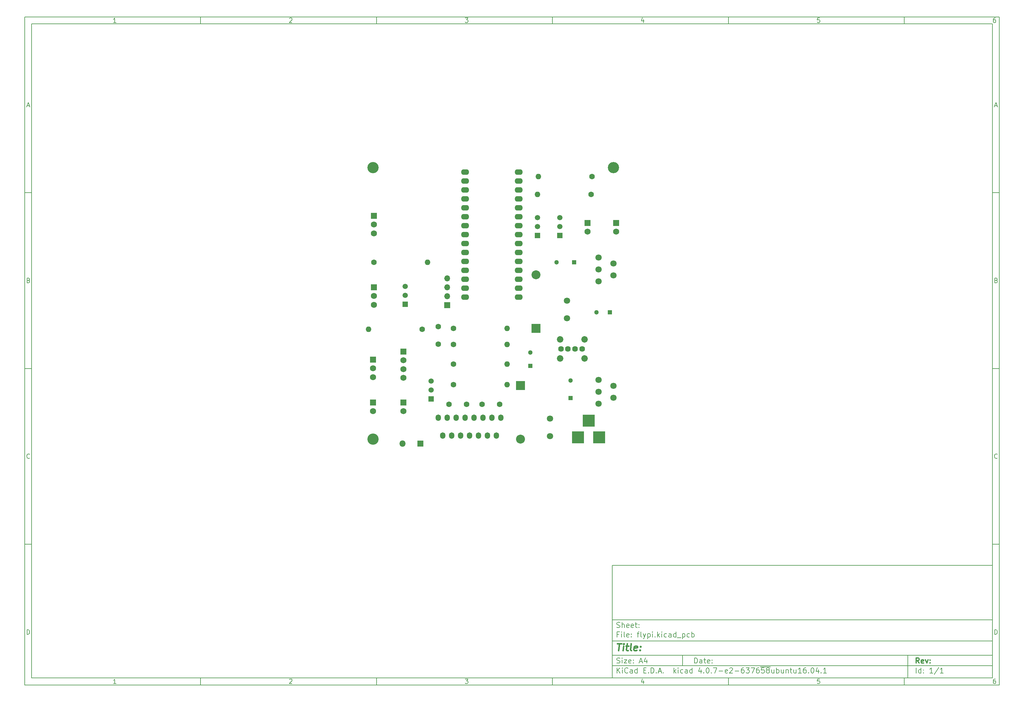
<source format=gbr>
G04 #@! TF.FileFunction,Soldermask,Bot*
%FSLAX46Y46*%
G04 Gerber Fmt 4.6, Leading zero omitted, Abs format (unit mm)*
G04 Created by KiCad (PCBNEW 4.0.7-e2-6376~58~ubuntu16.04.1) date Fri Dec 29 18:16:50 2017*
%MOMM*%
%LPD*%
G01*
G04 APERTURE LIST*
%ADD10C,0.100000*%
%ADD11C,0.150000*%
%ADD12C,0.300000*%
%ADD13C,0.400000*%
%ADD14C,1.520000*%
%ADD15R,1.520000X1.520000*%
%ADD16O,2.300000X1.600000*%
%ADD17R,1.300000X1.300000*%
%ADD18C,1.300000*%
%ADD19R,3.500120X3.500120*%
%ADD20C,2.540000*%
%ADD21R,2.540000X2.540000*%
%ADD22C,1.800860*%
%ADD23C,1.800000*%
%ADD24O,1.524000X1.824000*%
%ADD25C,1.620000*%
%ADD26C,1.850000*%
%ADD27R,1.800000X1.800000*%
%ADD28O,1.800000X1.800000*%
%ADD29R,1.700000X1.700000*%
%ADD30O,1.700000X1.700000*%
%ADD31C,1.600000*%
%ADD32O,1.600000X1.600000*%
%ADD33C,3.200000*%
%ADD34R,1.750000X1.750000*%
%ADD35C,1.750000*%
G04 APERTURE END LIST*
D10*
D11*
X177002200Y-166007200D02*
X177002200Y-198007200D01*
X285002200Y-198007200D01*
X285002200Y-166007200D01*
X177002200Y-166007200D01*
D10*
D11*
X10000000Y-10000000D02*
X10000000Y-200007200D01*
X287002200Y-200007200D01*
X287002200Y-10000000D01*
X10000000Y-10000000D01*
D10*
D11*
X12000000Y-12000000D02*
X12000000Y-198007200D01*
X285002200Y-198007200D01*
X285002200Y-12000000D01*
X12000000Y-12000000D01*
D10*
D11*
X60000000Y-12000000D02*
X60000000Y-10000000D01*
D10*
D11*
X110000000Y-12000000D02*
X110000000Y-10000000D01*
D10*
D11*
X160000000Y-12000000D02*
X160000000Y-10000000D01*
D10*
D11*
X210000000Y-12000000D02*
X210000000Y-10000000D01*
D10*
D11*
X260000000Y-12000000D02*
X260000000Y-10000000D01*
D10*
D11*
X35990476Y-11588095D02*
X35247619Y-11588095D01*
X35619048Y-11588095D02*
X35619048Y-10288095D01*
X35495238Y-10473810D01*
X35371429Y-10597619D01*
X35247619Y-10659524D01*
D10*
D11*
X85247619Y-10411905D02*
X85309524Y-10350000D01*
X85433333Y-10288095D01*
X85742857Y-10288095D01*
X85866667Y-10350000D01*
X85928571Y-10411905D01*
X85990476Y-10535714D01*
X85990476Y-10659524D01*
X85928571Y-10845238D01*
X85185714Y-11588095D01*
X85990476Y-11588095D01*
D10*
D11*
X135185714Y-10288095D02*
X135990476Y-10288095D01*
X135557143Y-10783333D01*
X135742857Y-10783333D01*
X135866667Y-10845238D01*
X135928571Y-10907143D01*
X135990476Y-11030952D01*
X135990476Y-11340476D01*
X135928571Y-11464286D01*
X135866667Y-11526190D01*
X135742857Y-11588095D01*
X135371429Y-11588095D01*
X135247619Y-11526190D01*
X135185714Y-11464286D01*
D10*
D11*
X185866667Y-10721429D02*
X185866667Y-11588095D01*
X185557143Y-10226190D02*
X185247619Y-11154762D01*
X186052381Y-11154762D01*
D10*
D11*
X235928571Y-10288095D02*
X235309524Y-10288095D01*
X235247619Y-10907143D01*
X235309524Y-10845238D01*
X235433333Y-10783333D01*
X235742857Y-10783333D01*
X235866667Y-10845238D01*
X235928571Y-10907143D01*
X235990476Y-11030952D01*
X235990476Y-11340476D01*
X235928571Y-11464286D01*
X235866667Y-11526190D01*
X235742857Y-11588095D01*
X235433333Y-11588095D01*
X235309524Y-11526190D01*
X235247619Y-11464286D01*
D10*
D11*
X285866667Y-10288095D02*
X285619048Y-10288095D01*
X285495238Y-10350000D01*
X285433333Y-10411905D01*
X285309524Y-10597619D01*
X285247619Y-10845238D01*
X285247619Y-11340476D01*
X285309524Y-11464286D01*
X285371429Y-11526190D01*
X285495238Y-11588095D01*
X285742857Y-11588095D01*
X285866667Y-11526190D01*
X285928571Y-11464286D01*
X285990476Y-11340476D01*
X285990476Y-11030952D01*
X285928571Y-10907143D01*
X285866667Y-10845238D01*
X285742857Y-10783333D01*
X285495238Y-10783333D01*
X285371429Y-10845238D01*
X285309524Y-10907143D01*
X285247619Y-11030952D01*
D10*
D11*
X60000000Y-198007200D02*
X60000000Y-200007200D01*
D10*
D11*
X110000000Y-198007200D02*
X110000000Y-200007200D01*
D10*
D11*
X160000000Y-198007200D02*
X160000000Y-200007200D01*
D10*
D11*
X210000000Y-198007200D02*
X210000000Y-200007200D01*
D10*
D11*
X260000000Y-198007200D02*
X260000000Y-200007200D01*
D10*
D11*
X35990476Y-199595295D02*
X35247619Y-199595295D01*
X35619048Y-199595295D02*
X35619048Y-198295295D01*
X35495238Y-198481010D01*
X35371429Y-198604819D01*
X35247619Y-198666724D01*
D10*
D11*
X85247619Y-198419105D02*
X85309524Y-198357200D01*
X85433333Y-198295295D01*
X85742857Y-198295295D01*
X85866667Y-198357200D01*
X85928571Y-198419105D01*
X85990476Y-198542914D01*
X85990476Y-198666724D01*
X85928571Y-198852438D01*
X85185714Y-199595295D01*
X85990476Y-199595295D01*
D10*
D11*
X135185714Y-198295295D02*
X135990476Y-198295295D01*
X135557143Y-198790533D01*
X135742857Y-198790533D01*
X135866667Y-198852438D01*
X135928571Y-198914343D01*
X135990476Y-199038152D01*
X135990476Y-199347676D01*
X135928571Y-199471486D01*
X135866667Y-199533390D01*
X135742857Y-199595295D01*
X135371429Y-199595295D01*
X135247619Y-199533390D01*
X135185714Y-199471486D01*
D10*
D11*
X185866667Y-198728629D02*
X185866667Y-199595295D01*
X185557143Y-198233390D02*
X185247619Y-199161962D01*
X186052381Y-199161962D01*
D10*
D11*
X235928571Y-198295295D02*
X235309524Y-198295295D01*
X235247619Y-198914343D01*
X235309524Y-198852438D01*
X235433333Y-198790533D01*
X235742857Y-198790533D01*
X235866667Y-198852438D01*
X235928571Y-198914343D01*
X235990476Y-199038152D01*
X235990476Y-199347676D01*
X235928571Y-199471486D01*
X235866667Y-199533390D01*
X235742857Y-199595295D01*
X235433333Y-199595295D01*
X235309524Y-199533390D01*
X235247619Y-199471486D01*
D10*
D11*
X285866667Y-198295295D02*
X285619048Y-198295295D01*
X285495238Y-198357200D01*
X285433333Y-198419105D01*
X285309524Y-198604819D01*
X285247619Y-198852438D01*
X285247619Y-199347676D01*
X285309524Y-199471486D01*
X285371429Y-199533390D01*
X285495238Y-199595295D01*
X285742857Y-199595295D01*
X285866667Y-199533390D01*
X285928571Y-199471486D01*
X285990476Y-199347676D01*
X285990476Y-199038152D01*
X285928571Y-198914343D01*
X285866667Y-198852438D01*
X285742857Y-198790533D01*
X285495238Y-198790533D01*
X285371429Y-198852438D01*
X285309524Y-198914343D01*
X285247619Y-199038152D01*
D10*
D11*
X10000000Y-60000000D02*
X12000000Y-60000000D01*
D10*
D11*
X10000000Y-110000000D02*
X12000000Y-110000000D01*
D10*
D11*
X10000000Y-160000000D02*
X12000000Y-160000000D01*
D10*
D11*
X10690476Y-35216667D02*
X11309524Y-35216667D01*
X10566667Y-35588095D02*
X11000000Y-34288095D01*
X11433333Y-35588095D01*
D10*
D11*
X11092857Y-84907143D02*
X11278571Y-84969048D01*
X11340476Y-85030952D01*
X11402381Y-85154762D01*
X11402381Y-85340476D01*
X11340476Y-85464286D01*
X11278571Y-85526190D01*
X11154762Y-85588095D01*
X10659524Y-85588095D01*
X10659524Y-84288095D01*
X11092857Y-84288095D01*
X11216667Y-84350000D01*
X11278571Y-84411905D01*
X11340476Y-84535714D01*
X11340476Y-84659524D01*
X11278571Y-84783333D01*
X11216667Y-84845238D01*
X11092857Y-84907143D01*
X10659524Y-84907143D01*
D10*
D11*
X11402381Y-135464286D02*
X11340476Y-135526190D01*
X11154762Y-135588095D01*
X11030952Y-135588095D01*
X10845238Y-135526190D01*
X10721429Y-135402381D01*
X10659524Y-135278571D01*
X10597619Y-135030952D01*
X10597619Y-134845238D01*
X10659524Y-134597619D01*
X10721429Y-134473810D01*
X10845238Y-134350000D01*
X11030952Y-134288095D01*
X11154762Y-134288095D01*
X11340476Y-134350000D01*
X11402381Y-134411905D01*
D10*
D11*
X10659524Y-185588095D02*
X10659524Y-184288095D01*
X10969048Y-184288095D01*
X11154762Y-184350000D01*
X11278571Y-184473810D01*
X11340476Y-184597619D01*
X11402381Y-184845238D01*
X11402381Y-185030952D01*
X11340476Y-185278571D01*
X11278571Y-185402381D01*
X11154762Y-185526190D01*
X10969048Y-185588095D01*
X10659524Y-185588095D01*
D10*
D11*
X287002200Y-60000000D02*
X285002200Y-60000000D01*
D10*
D11*
X287002200Y-110000000D02*
X285002200Y-110000000D01*
D10*
D11*
X287002200Y-160000000D02*
X285002200Y-160000000D01*
D10*
D11*
X285692676Y-35216667D02*
X286311724Y-35216667D01*
X285568867Y-35588095D02*
X286002200Y-34288095D01*
X286435533Y-35588095D01*
D10*
D11*
X286095057Y-84907143D02*
X286280771Y-84969048D01*
X286342676Y-85030952D01*
X286404581Y-85154762D01*
X286404581Y-85340476D01*
X286342676Y-85464286D01*
X286280771Y-85526190D01*
X286156962Y-85588095D01*
X285661724Y-85588095D01*
X285661724Y-84288095D01*
X286095057Y-84288095D01*
X286218867Y-84350000D01*
X286280771Y-84411905D01*
X286342676Y-84535714D01*
X286342676Y-84659524D01*
X286280771Y-84783333D01*
X286218867Y-84845238D01*
X286095057Y-84907143D01*
X285661724Y-84907143D01*
D10*
D11*
X286404581Y-135464286D02*
X286342676Y-135526190D01*
X286156962Y-135588095D01*
X286033152Y-135588095D01*
X285847438Y-135526190D01*
X285723629Y-135402381D01*
X285661724Y-135278571D01*
X285599819Y-135030952D01*
X285599819Y-134845238D01*
X285661724Y-134597619D01*
X285723629Y-134473810D01*
X285847438Y-134350000D01*
X286033152Y-134288095D01*
X286156962Y-134288095D01*
X286342676Y-134350000D01*
X286404581Y-134411905D01*
D10*
D11*
X285661724Y-185588095D02*
X285661724Y-184288095D01*
X285971248Y-184288095D01*
X286156962Y-184350000D01*
X286280771Y-184473810D01*
X286342676Y-184597619D01*
X286404581Y-184845238D01*
X286404581Y-185030952D01*
X286342676Y-185278571D01*
X286280771Y-185402381D01*
X286156962Y-185526190D01*
X285971248Y-185588095D01*
X285661724Y-185588095D01*
D10*
D11*
X200359343Y-193785771D02*
X200359343Y-192285771D01*
X200716486Y-192285771D01*
X200930771Y-192357200D01*
X201073629Y-192500057D01*
X201145057Y-192642914D01*
X201216486Y-192928629D01*
X201216486Y-193142914D01*
X201145057Y-193428629D01*
X201073629Y-193571486D01*
X200930771Y-193714343D01*
X200716486Y-193785771D01*
X200359343Y-193785771D01*
X202502200Y-193785771D02*
X202502200Y-193000057D01*
X202430771Y-192857200D01*
X202287914Y-192785771D01*
X202002200Y-192785771D01*
X201859343Y-192857200D01*
X202502200Y-193714343D02*
X202359343Y-193785771D01*
X202002200Y-193785771D01*
X201859343Y-193714343D01*
X201787914Y-193571486D01*
X201787914Y-193428629D01*
X201859343Y-193285771D01*
X202002200Y-193214343D01*
X202359343Y-193214343D01*
X202502200Y-193142914D01*
X203002200Y-192785771D02*
X203573629Y-192785771D01*
X203216486Y-192285771D02*
X203216486Y-193571486D01*
X203287914Y-193714343D01*
X203430772Y-193785771D01*
X203573629Y-193785771D01*
X204645057Y-193714343D02*
X204502200Y-193785771D01*
X204216486Y-193785771D01*
X204073629Y-193714343D01*
X204002200Y-193571486D01*
X204002200Y-193000057D01*
X204073629Y-192857200D01*
X204216486Y-192785771D01*
X204502200Y-192785771D01*
X204645057Y-192857200D01*
X204716486Y-193000057D01*
X204716486Y-193142914D01*
X204002200Y-193285771D01*
X205359343Y-193642914D02*
X205430771Y-193714343D01*
X205359343Y-193785771D01*
X205287914Y-193714343D01*
X205359343Y-193642914D01*
X205359343Y-193785771D01*
X205359343Y-192857200D02*
X205430771Y-192928629D01*
X205359343Y-193000057D01*
X205287914Y-192928629D01*
X205359343Y-192857200D01*
X205359343Y-193000057D01*
D10*
D11*
X177002200Y-194507200D02*
X285002200Y-194507200D01*
D10*
D11*
X178359343Y-196585771D02*
X178359343Y-195085771D01*
X179216486Y-196585771D02*
X178573629Y-195728629D01*
X179216486Y-195085771D02*
X178359343Y-195942914D01*
X179859343Y-196585771D02*
X179859343Y-195585771D01*
X179859343Y-195085771D02*
X179787914Y-195157200D01*
X179859343Y-195228629D01*
X179930771Y-195157200D01*
X179859343Y-195085771D01*
X179859343Y-195228629D01*
X181430772Y-196442914D02*
X181359343Y-196514343D01*
X181145057Y-196585771D01*
X181002200Y-196585771D01*
X180787915Y-196514343D01*
X180645057Y-196371486D01*
X180573629Y-196228629D01*
X180502200Y-195942914D01*
X180502200Y-195728629D01*
X180573629Y-195442914D01*
X180645057Y-195300057D01*
X180787915Y-195157200D01*
X181002200Y-195085771D01*
X181145057Y-195085771D01*
X181359343Y-195157200D01*
X181430772Y-195228629D01*
X182716486Y-196585771D02*
X182716486Y-195800057D01*
X182645057Y-195657200D01*
X182502200Y-195585771D01*
X182216486Y-195585771D01*
X182073629Y-195657200D01*
X182716486Y-196514343D02*
X182573629Y-196585771D01*
X182216486Y-196585771D01*
X182073629Y-196514343D01*
X182002200Y-196371486D01*
X182002200Y-196228629D01*
X182073629Y-196085771D01*
X182216486Y-196014343D01*
X182573629Y-196014343D01*
X182716486Y-195942914D01*
X184073629Y-196585771D02*
X184073629Y-195085771D01*
X184073629Y-196514343D02*
X183930772Y-196585771D01*
X183645058Y-196585771D01*
X183502200Y-196514343D01*
X183430772Y-196442914D01*
X183359343Y-196300057D01*
X183359343Y-195871486D01*
X183430772Y-195728629D01*
X183502200Y-195657200D01*
X183645058Y-195585771D01*
X183930772Y-195585771D01*
X184073629Y-195657200D01*
X185930772Y-195800057D02*
X186430772Y-195800057D01*
X186645058Y-196585771D02*
X185930772Y-196585771D01*
X185930772Y-195085771D01*
X186645058Y-195085771D01*
X187287915Y-196442914D02*
X187359343Y-196514343D01*
X187287915Y-196585771D01*
X187216486Y-196514343D01*
X187287915Y-196442914D01*
X187287915Y-196585771D01*
X188002201Y-196585771D02*
X188002201Y-195085771D01*
X188359344Y-195085771D01*
X188573629Y-195157200D01*
X188716487Y-195300057D01*
X188787915Y-195442914D01*
X188859344Y-195728629D01*
X188859344Y-195942914D01*
X188787915Y-196228629D01*
X188716487Y-196371486D01*
X188573629Y-196514343D01*
X188359344Y-196585771D01*
X188002201Y-196585771D01*
X189502201Y-196442914D02*
X189573629Y-196514343D01*
X189502201Y-196585771D01*
X189430772Y-196514343D01*
X189502201Y-196442914D01*
X189502201Y-196585771D01*
X190145058Y-196157200D02*
X190859344Y-196157200D01*
X190002201Y-196585771D02*
X190502201Y-195085771D01*
X191002201Y-196585771D01*
X191502201Y-196442914D02*
X191573629Y-196514343D01*
X191502201Y-196585771D01*
X191430772Y-196514343D01*
X191502201Y-196442914D01*
X191502201Y-196585771D01*
X194502201Y-196585771D02*
X194502201Y-195085771D01*
X194645058Y-196014343D02*
X195073629Y-196585771D01*
X195073629Y-195585771D02*
X194502201Y-196157200D01*
X195716487Y-196585771D02*
X195716487Y-195585771D01*
X195716487Y-195085771D02*
X195645058Y-195157200D01*
X195716487Y-195228629D01*
X195787915Y-195157200D01*
X195716487Y-195085771D01*
X195716487Y-195228629D01*
X197073630Y-196514343D02*
X196930773Y-196585771D01*
X196645059Y-196585771D01*
X196502201Y-196514343D01*
X196430773Y-196442914D01*
X196359344Y-196300057D01*
X196359344Y-195871486D01*
X196430773Y-195728629D01*
X196502201Y-195657200D01*
X196645059Y-195585771D01*
X196930773Y-195585771D01*
X197073630Y-195657200D01*
X198359344Y-196585771D02*
X198359344Y-195800057D01*
X198287915Y-195657200D01*
X198145058Y-195585771D01*
X197859344Y-195585771D01*
X197716487Y-195657200D01*
X198359344Y-196514343D02*
X198216487Y-196585771D01*
X197859344Y-196585771D01*
X197716487Y-196514343D01*
X197645058Y-196371486D01*
X197645058Y-196228629D01*
X197716487Y-196085771D01*
X197859344Y-196014343D01*
X198216487Y-196014343D01*
X198359344Y-195942914D01*
X199716487Y-196585771D02*
X199716487Y-195085771D01*
X199716487Y-196514343D02*
X199573630Y-196585771D01*
X199287916Y-196585771D01*
X199145058Y-196514343D01*
X199073630Y-196442914D01*
X199002201Y-196300057D01*
X199002201Y-195871486D01*
X199073630Y-195728629D01*
X199145058Y-195657200D01*
X199287916Y-195585771D01*
X199573630Y-195585771D01*
X199716487Y-195657200D01*
X202216487Y-195585771D02*
X202216487Y-196585771D01*
X201859344Y-195014343D02*
X201502201Y-196085771D01*
X202430773Y-196085771D01*
X203002201Y-196442914D02*
X203073629Y-196514343D01*
X203002201Y-196585771D01*
X202930772Y-196514343D01*
X203002201Y-196442914D01*
X203002201Y-196585771D01*
X204002201Y-195085771D02*
X204145058Y-195085771D01*
X204287915Y-195157200D01*
X204359344Y-195228629D01*
X204430773Y-195371486D01*
X204502201Y-195657200D01*
X204502201Y-196014343D01*
X204430773Y-196300057D01*
X204359344Y-196442914D01*
X204287915Y-196514343D01*
X204145058Y-196585771D01*
X204002201Y-196585771D01*
X203859344Y-196514343D01*
X203787915Y-196442914D01*
X203716487Y-196300057D01*
X203645058Y-196014343D01*
X203645058Y-195657200D01*
X203716487Y-195371486D01*
X203787915Y-195228629D01*
X203859344Y-195157200D01*
X204002201Y-195085771D01*
X205145058Y-196442914D02*
X205216486Y-196514343D01*
X205145058Y-196585771D01*
X205073629Y-196514343D01*
X205145058Y-196442914D01*
X205145058Y-196585771D01*
X205716487Y-195085771D02*
X206716487Y-195085771D01*
X206073630Y-196585771D01*
X207287915Y-196014343D02*
X208430772Y-196014343D01*
X209716486Y-196514343D02*
X209573629Y-196585771D01*
X209287915Y-196585771D01*
X209145058Y-196514343D01*
X209073629Y-196371486D01*
X209073629Y-195800057D01*
X209145058Y-195657200D01*
X209287915Y-195585771D01*
X209573629Y-195585771D01*
X209716486Y-195657200D01*
X209787915Y-195800057D01*
X209787915Y-195942914D01*
X209073629Y-196085771D01*
X210359343Y-195228629D02*
X210430772Y-195157200D01*
X210573629Y-195085771D01*
X210930772Y-195085771D01*
X211073629Y-195157200D01*
X211145058Y-195228629D01*
X211216486Y-195371486D01*
X211216486Y-195514343D01*
X211145058Y-195728629D01*
X210287915Y-196585771D01*
X211216486Y-196585771D01*
X211859343Y-196014343D02*
X213002200Y-196014343D01*
X214359343Y-195085771D02*
X214073629Y-195085771D01*
X213930772Y-195157200D01*
X213859343Y-195228629D01*
X213716486Y-195442914D01*
X213645057Y-195728629D01*
X213645057Y-196300057D01*
X213716486Y-196442914D01*
X213787914Y-196514343D01*
X213930772Y-196585771D01*
X214216486Y-196585771D01*
X214359343Y-196514343D01*
X214430772Y-196442914D01*
X214502200Y-196300057D01*
X214502200Y-195942914D01*
X214430772Y-195800057D01*
X214359343Y-195728629D01*
X214216486Y-195657200D01*
X213930772Y-195657200D01*
X213787914Y-195728629D01*
X213716486Y-195800057D01*
X213645057Y-195942914D01*
X215002200Y-195085771D02*
X215930771Y-195085771D01*
X215430771Y-195657200D01*
X215645057Y-195657200D01*
X215787914Y-195728629D01*
X215859343Y-195800057D01*
X215930771Y-195942914D01*
X215930771Y-196300057D01*
X215859343Y-196442914D01*
X215787914Y-196514343D01*
X215645057Y-196585771D01*
X215216485Y-196585771D01*
X215073628Y-196514343D01*
X215002200Y-196442914D01*
X216430771Y-195085771D02*
X217430771Y-195085771D01*
X216787914Y-196585771D01*
X218645056Y-195085771D02*
X218359342Y-195085771D01*
X218216485Y-195157200D01*
X218145056Y-195228629D01*
X218002199Y-195442914D01*
X217930770Y-195728629D01*
X217930770Y-196300057D01*
X218002199Y-196442914D01*
X218073627Y-196514343D01*
X218216485Y-196585771D01*
X218502199Y-196585771D01*
X218645056Y-196514343D01*
X218716485Y-196442914D01*
X218787913Y-196300057D01*
X218787913Y-195942914D01*
X218716485Y-195800057D01*
X218645056Y-195728629D01*
X218502199Y-195657200D01*
X218216485Y-195657200D01*
X218073627Y-195728629D01*
X218002199Y-195800057D01*
X217930770Y-195942914D01*
X220145056Y-195085771D02*
X219430770Y-195085771D01*
X219359341Y-195800057D01*
X219430770Y-195728629D01*
X219573627Y-195657200D01*
X219930770Y-195657200D01*
X220073627Y-195728629D01*
X220145056Y-195800057D01*
X220216484Y-195942914D01*
X220216484Y-196300057D01*
X220145056Y-196442914D01*
X220073627Y-196514343D01*
X219930770Y-196585771D01*
X219573627Y-196585771D01*
X219430770Y-196514343D01*
X219359341Y-196442914D01*
X221073627Y-195728629D02*
X220930769Y-195657200D01*
X220859341Y-195585771D01*
X220787912Y-195442914D01*
X220787912Y-195371486D01*
X220859341Y-195228629D01*
X220930769Y-195157200D01*
X221073627Y-195085771D01*
X221359341Y-195085771D01*
X221502198Y-195157200D01*
X221573627Y-195228629D01*
X221645055Y-195371486D01*
X221645055Y-195442914D01*
X221573627Y-195585771D01*
X221502198Y-195657200D01*
X221359341Y-195728629D01*
X221073627Y-195728629D01*
X220930769Y-195800057D01*
X220859341Y-195871486D01*
X220787912Y-196014343D01*
X220787912Y-196300057D01*
X220859341Y-196442914D01*
X220930769Y-196514343D01*
X221073627Y-196585771D01*
X221359341Y-196585771D01*
X221502198Y-196514343D01*
X221573627Y-196442914D01*
X221645055Y-196300057D01*
X221645055Y-196014343D01*
X221573627Y-195871486D01*
X221502198Y-195800057D01*
X221359341Y-195728629D01*
X219073627Y-194827200D02*
X221930769Y-194827200D01*
X222930769Y-195585771D02*
X222930769Y-196585771D01*
X222287912Y-195585771D02*
X222287912Y-196371486D01*
X222359340Y-196514343D01*
X222502198Y-196585771D01*
X222716483Y-196585771D01*
X222859340Y-196514343D01*
X222930769Y-196442914D01*
X223645055Y-196585771D02*
X223645055Y-195085771D01*
X223645055Y-195657200D02*
X223787912Y-195585771D01*
X224073626Y-195585771D01*
X224216483Y-195657200D01*
X224287912Y-195728629D01*
X224359341Y-195871486D01*
X224359341Y-196300057D01*
X224287912Y-196442914D01*
X224216483Y-196514343D01*
X224073626Y-196585771D01*
X223787912Y-196585771D01*
X223645055Y-196514343D01*
X225645055Y-195585771D02*
X225645055Y-196585771D01*
X225002198Y-195585771D02*
X225002198Y-196371486D01*
X225073626Y-196514343D01*
X225216484Y-196585771D01*
X225430769Y-196585771D01*
X225573626Y-196514343D01*
X225645055Y-196442914D01*
X226359341Y-195585771D02*
X226359341Y-196585771D01*
X226359341Y-195728629D02*
X226430769Y-195657200D01*
X226573627Y-195585771D01*
X226787912Y-195585771D01*
X226930769Y-195657200D01*
X227002198Y-195800057D01*
X227002198Y-196585771D01*
X227502198Y-195585771D02*
X228073627Y-195585771D01*
X227716484Y-195085771D02*
X227716484Y-196371486D01*
X227787912Y-196514343D01*
X227930770Y-196585771D01*
X228073627Y-196585771D01*
X229216484Y-195585771D02*
X229216484Y-196585771D01*
X228573627Y-195585771D02*
X228573627Y-196371486D01*
X228645055Y-196514343D01*
X228787913Y-196585771D01*
X229002198Y-196585771D01*
X229145055Y-196514343D01*
X229216484Y-196442914D01*
X230716484Y-196585771D02*
X229859341Y-196585771D01*
X230287913Y-196585771D02*
X230287913Y-195085771D01*
X230145056Y-195300057D01*
X230002198Y-195442914D01*
X229859341Y-195514343D01*
X232002198Y-195085771D02*
X231716484Y-195085771D01*
X231573627Y-195157200D01*
X231502198Y-195228629D01*
X231359341Y-195442914D01*
X231287912Y-195728629D01*
X231287912Y-196300057D01*
X231359341Y-196442914D01*
X231430769Y-196514343D01*
X231573627Y-196585771D01*
X231859341Y-196585771D01*
X232002198Y-196514343D01*
X232073627Y-196442914D01*
X232145055Y-196300057D01*
X232145055Y-195942914D01*
X232073627Y-195800057D01*
X232002198Y-195728629D01*
X231859341Y-195657200D01*
X231573627Y-195657200D01*
X231430769Y-195728629D01*
X231359341Y-195800057D01*
X231287912Y-195942914D01*
X232787912Y-196442914D02*
X232859340Y-196514343D01*
X232787912Y-196585771D01*
X232716483Y-196514343D01*
X232787912Y-196442914D01*
X232787912Y-196585771D01*
X233787912Y-195085771D02*
X233930769Y-195085771D01*
X234073626Y-195157200D01*
X234145055Y-195228629D01*
X234216484Y-195371486D01*
X234287912Y-195657200D01*
X234287912Y-196014343D01*
X234216484Y-196300057D01*
X234145055Y-196442914D01*
X234073626Y-196514343D01*
X233930769Y-196585771D01*
X233787912Y-196585771D01*
X233645055Y-196514343D01*
X233573626Y-196442914D01*
X233502198Y-196300057D01*
X233430769Y-196014343D01*
X233430769Y-195657200D01*
X233502198Y-195371486D01*
X233573626Y-195228629D01*
X233645055Y-195157200D01*
X233787912Y-195085771D01*
X235573626Y-195585771D02*
X235573626Y-196585771D01*
X235216483Y-195014343D02*
X234859340Y-196085771D01*
X235787912Y-196085771D01*
X236359340Y-196442914D02*
X236430768Y-196514343D01*
X236359340Y-196585771D01*
X236287911Y-196514343D01*
X236359340Y-196442914D01*
X236359340Y-196585771D01*
X237859340Y-196585771D02*
X237002197Y-196585771D01*
X237430769Y-196585771D02*
X237430769Y-195085771D01*
X237287912Y-195300057D01*
X237145054Y-195442914D01*
X237002197Y-195514343D01*
D10*
D11*
X177002200Y-191507200D02*
X285002200Y-191507200D01*
D10*
D12*
X264216486Y-193785771D02*
X263716486Y-193071486D01*
X263359343Y-193785771D02*
X263359343Y-192285771D01*
X263930771Y-192285771D01*
X264073629Y-192357200D01*
X264145057Y-192428629D01*
X264216486Y-192571486D01*
X264216486Y-192785771D01*
X264145057Y-192928629D01*
X264073629Y-193000057D01*
X263930771Y-193071486D01*
X263359343Y-193071486D01*
X265430771Y-193714343D02*
X265287914Y-193785771D01*
X265002200Y-193785771D01*
X264859343Y-193714343D01*
X264787914Y-193571486D01*
X264787914Y-193000057D01*
X264859343Y-192857200D01*
X265002200Y-192785771D01*
X265287914Y-192785771D01*
X265430771Y-192857200D01*
X265502200Y-193000057D01*
X265502200Y-193142914D01*
X264787914Y-193285771D01*
X266002200Y-192785771D02*
X266359343Y-193785771D01*
X266716485Y-192785771D01*
X267287914Y-193642914D02*
X267359342Y-193714343D01*
X267287914Y-193785771D01*
X267216485Y-193714343D01*
X267287914Y-193642914D01*
X267287914Y-193785771D01*
X267287914Y-192857200D02*
X267359342Y-192928629D01*
X267287914Y-193000057D01*
X267216485Y-192928629D01*
X267287914Y-192857200D01*
X267287914Y-193000057D01*
D10*
D11*
X178287914Y-193714343D02*
X178502200Y-193785771D01*
X178859343Y-193785771D01*
X179002200Y-193714343D01*
X179073629Y-193642914D01*
X179145057Y-193500057D01*
X179145057Y-193357200D01*
X179073629Y-193214343D01*
X179002200Y-193142914D01*
X178859343Y-193071486D01*
X178573629Y-193000057D01*
X178430771Y-192928629D01*
X178359343Y-192857200D01*
X178287914Y-192714343D01*
X178287914Y-192571486D01*
X178359343Y-192428629D01*
X178430771Y-192357200D01*
X178573629Y-192285771D01*
X178930771Y-192285771D01*
X179145057Y-192357200D01*
X179787914Y-193785771D02*
X179787914Y-192785771D01*
X179787914Y-192285771D02*
X179716485Y-192357200D01*
X179787914Y-192428629D01*
X179859342Y-192357200D01*
X179787914Y-192285771D01*
X179787914Y-192428629D01*
X180359343Y-192785771D02*
X181145057Y-192785771D01*
X180359343Y-193785771D01*
X181145057Y-193785771D01*
X182287914Y-193714343D02*
X182145057Y-193785771D01*
X181859343Y-193785771D01*
X181716486Y-193714343D01*
X181645057Y-193571486D01*
X181645057Y-193000057D01*
X181716486Y-192857200D01*
X181859343Y-192785771D01*
X182145057Y-192785771D01*
X182287914Y-192857200D01*
X182359343Y-193000057D01*
X182359343Y-193142914D01*
X181645057Y-193285771D01*
X183002200Y-193642914D02*
X183073628Y-193714343D01*
X183002200Y-193785771D01*
X182930771Y-193714343D01*
X183002200Y-193642914D01*
X183002200Y-193785771D01*
X183002200Y-192857200D02*
X183073628Y-192928629D01*
X183002200Y-193000057D01*
X182930771Y-192928629D01*
X183002200Y-192857200D01*
X183002200Y-193000057D01*
X184787914Y-193357200D02*
X185502200Y-193357200D01*
X184645057Y-193785771D02*
X185145057Y-192285771D01*
X185645057Y-193785771D01*
X186787914Y-192785771D02*
X186787914Y-193785771D01*
X186430771Y-192214343D02*
X186073628Y-193285771D01*
X187002200Y-193285771D01*
D10*
D11*
X263359343Y-196585771D02*
X263359343Y-195085771D01*
X264716486Y-196585771D02*
X264716486Y-195085771D01*
X264716486Y-196514343D02*
X264573629Y-196585771D01*
X264287915Y-196585771D01*
X264145057Y-196514343D01*
X264073629Y-196442914D01*
X264002200Y-196300057D01*
X264002200Y-195871486D01*
X264073629Y-195728629D01*
X264145057Y-195657200D01*
X264287915Y-195585771D01*
X264573629Y-195585771D01*
X264716486Y-195657200D01*
X265430772Y-196442914D02*
X265502200Y-196514343D01*
X265430772Y-196585771D01*
X265359343Y-196514343D01*
X265430772Y-196442914D01*
X265430772Y-196585771D01*
X265430772Y-195657200D02*
X265502200Y-195728629D01*
X265430772Y-195800057D01*
X265359343Y-195728629D01*
X265430772Y-195657200D01*
X265430772Y-195800057D01*
X268073629Y-196585771D02*
X267216486Y-196585771D01*
X267645058Y-196585771D02*
X267645058Y-195085771D01*
X267502201Y-195300057D01*
X267359343Y-195442914D01*
X267216486Y-195514343D01*
X269787914Y-195014343D02*
X268502200Y-196942914D01*
X271073629Y-196585771D02*
X270216486Y-196585771D01*
X270645058Y-196585771D02*
X270645058Y-195085771D01*
X270502201Y-195300057D01*
X270359343Y-195442914D01*
X270216486Y-195514343D01*
D10*
D11*
X177002200Y-187507200D02*
X285002200Y-187507200D01*
D10*
D13*
X178454581Y-188211962D02*
X179597438Y-188211962D01*
X178776010Y-190211962D02*
X179026010Y-188211962D01*
X180014105Y-190211962D02*
X180180771Y-188878629D01*
X180264105Y-188211962D02*
X180156962Y-188307200D01*
X180240295Y-188402438D01*
X180347439Y-188307200D01*
X180264105Y-188211962D01*
X180240295Y-188402438D01*
X180847438Y-188878629D02*
X181609343Y-188878629D01*
X181216486Y-188211962D02*
X181002200Y-189926248D01*
X181073630Y-190116724D01*
X181252201Y-190211962D01*
X181442677Y-190211962D01*
X182395058Y-190211962D02*
X182216487Y-190116724D01*
X182145057Y-189926248D01*
X182359343Y-188211962D01*
X183930772Y-190116724D02*
X183728391Y-190211962D01*
X183347439Y-190211962D01*
X183168867Y-190116724D01*
X183097438Y-189926248D01*
X183192676Y-189164343D01*
X183311724Y-188973867D01*
X183514105Y-188878629D01*
X183895057Y-188878629D01*
X184073629Y-188973867D01*
X184145057Y-189164343D01*
X184121248Y-189354819D01*
X183145057Y-189545295D01*
X184895057Y-190021486D02*
X184978392Y-190116724D01*
X184871248Y-190211962D01*
X184787915Y-190116724D01*
X184895057Y-190021486D01*
X184871248Y-190211962D01*
X185026010Y-188973867D02*
X185109344Y-189069105D01*
X185002200Y-189164343D01*
X184918867Y-189069105D01*
X185026010Y-188973867D01*
X185002200Y-189164343D01*
D10*
D11*
X178859343Y-185600057D02*
X178359343Y-185600057D01*
X178359343Y-186385771D02*
X178359343Y-184885771D01*
X179073629Y-184885771D01*
X179645057Y-186385771D02*
X179645057Y-185385771D01*
X179645057Y-184885771D02*
X179573628Y-184957200D01*
X179645057Y-185028629D01*
X179716485Y-184957200D01*
X179645057Y-184885771D01*
X179645057Y-185028629D01*
X180573629Y-186385771D02*
X180430771Y-186314343D01*
X180359343Y-186171486D01*
X180359343Y-184885771D01*
X181716485Y-186314343D02*
X181573628Y-186385771D01*
X181287914Y-186385771D01*
X181145057Y-186314343D01*
X181073628Y-186171486D01*
X181073628Y-185600057D01*
X181145057Y-185457200D01*
X181287914Y-185385771D01*
X181573628Y-185385771D01*
X181716485Y-185457200D01*
X181787914Y-185600057D01*
X181787914Y-185742914D01*
X181073628Y-185885771D01*
X182430771Y-186242914D02*
X182502199Y-186314343D01*
X182430771Y-186385771D01*
X182359342Y-186314343D01*
X182430771Y-186242914D01*
X182430771Y-186385771D01*
X182430771Y-185457200D02*
X182502199Y-185528629D01*
X182430771Y-185600057D01*
X182359342Y-185528629D01*
X182430771Y-185457200D01*
X182430771Y-185600057D01*
X184073628Y-185385771D02*
X184645057Y-185385771D01*
X184287914Y-186385771D02*
X184287914Y-185100057D01*
X184359342Y-184957200D01*
X184502200Y-184885771D01*
X184645057Y-184885771D01*
X185359343Y-186385771D02*
X185216485Y-186314343D01*
X185145057Y-186171486D01*
X185145057Y-184885771D01*
X185787914Y-185385771D02*
X186145057Y-186385771D01*
X186502199Y-185385771D02*
X186145057Y-186385771D01*
X186002199Y-186742914D01*
X185930771Y-186814343D01*
X185787914Y-186885771D01*
X187073628Y-185385771D02*
X187073628Y-186885771D01*
X187073628Y-185457200D02*
X187216485Y-185385771D01*
X187502199Y-185385771D01*
X187645056Y-185457200D01*
X187716485Y-185528629D01*
X187787914Y-185671486D01*
X187787914Y-186100057D01*
X187716485Y-186242914D01*
X187645056Y-186314343D01*
X187502199Y-186385771D01*
X187216485Y-186385771D01*
X187073628Y-186314343D01*
X188430771Y-186385771D02*
X188430771Y-185385771D01*
X188430771Y-184885771D02*
X188359342Y-184957200D01*
X188430771Y-185028629D01*
X188502199Y-184957200D01*
X188430771Y-184885771D01*
X188430771Y-185028629D01*
X189145057Y-186242914D02*
X189216485Y-186314343D01*
X189145057Y-186385771D01*
X189073628Y-186314343D01*
X189145057Y-186242914D01*
X189145057Y-186385771D01*
X189859343Y-186385771D02*
X189859343Y-184885771D01*
X190002200Y-185814343D02*
X190430771Y-186385771D01*
X190430771Y-185385771D02*
X189859343Y-185957200D01*
X191073629Y-186385771D02*
X191073629Y-185385771D01*
X191073629Y-184885771D02*
X191002200Y-184957200D01*
X191073629Y-185028629D01*
X191145057Y-184957200D01*
X191073629Y-184885771D01*
X191073629Y-185028629D01*
X192430772Y-186314343D02*
X192287915Y-186385771D01*
X192002201Y-186385771D01*
X191859343Y-186314343D01*
X191787915Y-186242914D01*
X191716486Y-186100057D01*
X191716486Y-185671486D01*
X191787915Y-185528629D01*
X191859343Y-185457200D01*
X192002201Y-185385771D01*
X192287915Y-185385771D01*
X192430772Y-185457200D01*
X193716486Y-186385771D02*
X193716486Y-185600057D01*
X193645057Y-185457200D01*
X193502200Y-185385771D01*
X193216486Y-185385771D01*
X193073629Y-185457200D01*
X193716486Y-186314343D02*
X193573629Y-186385771D01*
X193216486Y-186385771D01*
X193073629Y-186314343D01*
X193002200Y-186171486D01*
X193002200Y-186028629D01*
X193073629Y-185885771D01*
X193216486Y-185814343D01*
X193573629Y-185814343D01*
X193716486Y-185742914D01*
X195073629Y-186385771D02*
X195073629Y-184885771D01*
X195073629Y-186314343D02*
X194930772Y-186385771D01*
X194645058Y-186385771D01*
X194502200Y-186314343D01*
X194430772Y-186242914D01*
X194359343Y-186100057D01*
X194359343Y-185671486D01*
X194430772Y-185528629D01*
X194502200Y-185457200D01*
X194645058Y-185385771D01*
X194930772Y-185385771D01*
X195073629Y-185457200D01*
X195430772Y-186528629D02*
X196573629Y-186528629D01*
X196930772Y-185385771D02*
X196930772Y-186885771D01*
X196930772Y-185457200D02*
X197073629Y-185385771D01*
X197359343Y-185385771D01*
X197502200Y-185457200D01*
X197573629Y-185528629D01*
X197645058Y-185671486D01*
X197645058Y-186100057D01*
X197573629Y-186242914D01*
X197502200Y-186314343D01*
X197359343Y-186385771D01*
X197073629Y-186385771D01*
X196930772Y-186314343D01*
X198930772Y-186314343D02*
X198787915Y-186385771D01*
X198502201Y-186385771D01*
X198359343Y-186314343D01*
X198287915Y-186242914D01*
X198216486Y-186100057D01*
X198216486Y-185671486D01*
X198287915Y-185528629D01*
X198359343Y-185457200D01*
X198502201Y-185385771D01*
X198787915Y-185385771D01*
X198930772Y-185457200D01*
X199573629Y-186385771D02*
X199573629Y-184885771D01*
X199573629Y-185457200D02*
X199716486Y-185385771D01*
X200002200Y-185385771D01*
X200145057Y-185457200D01*
X200216486Y-185528629D01*
X200287915Y-185671486D01*
X200287915Y-186100057D01*
X200216486Y-186242914D01*
X200145057Y-186314343D01*
X200002200Y-186385771D01*
X199716486Y-186385771D01*
X199573629Y-186314343D01*
D10*
D11*
X177002200Y-181507200D02*
X285002200Y-181507200D01*
D10*
D11*
X178287914Y-183614343D02*
X178502200Y-183685771D01*
X178859343Y-183685771D01*
X179002200Y-183614343D01*
X179073629Y-183542914D01*
X179145057Y-183400057D01*
X179145057Y-183257200D01*
X179073629Y-183114343D01*
X179002200Y-183042914D01*
X178859343Y-182971486D01*
X178573629Y-182900057D01*
X178430771Y-182828629D01*
X178359343Y-182757200D01*
X178287914Y-182614343D01*
X178287914Y-182471486D01*
X178359343Y-182328629D01*
X178430771Y-182257200D01*
X178573629Y-182185771D01*
X178930771Y-182185771D01*
X179145057Y-182257200D01*
X179787914Y-183685771D02*
X179787914Y-182185771D01*
X180430771Y-183685771D02*
X180430771Y-182900057D01*
X180359342Y-182757200D01*
X180216485Y-182685771D01*
X180002200Y-182685771D01*
X179859342Y-182757200D01*
X179787914Y-182828629D01*
X181716485Y-183614343D02*
X181573628Y-183685771D01*
X181287914Y-183685771D01*
X181145057Y-183614343D01*
X181073628Y-183471486D01*
X181073628Y-182900057D01*
X181145057Y-182757200D01*
X181287914Y-182685771D01*
X181573628Y-182685771D01*
X181716485Y-182757200D01*
X181787914Y-182900057D01*
X181787914Y-183042914D01*
X181073628Y-183185771D01*
X183002199Y-183614343D02*
X182859342Y-183685771D01*
X182573628Y-183685771D01*
X182430771Y-183614343D01*
X182359342Y-183471486D01*
X182359342Y-182900057D01*
X182430771Y-182757200D01*
X182573628Y-182685771D01*
X182859342Y-182685771D01*
X183002199Y-182757200D01*
X183073628Y-182900057D01*
X183073628Y-183042914D01*
X182359342Y-183185771D01*
X183502199Y-182685771D02*
X184073628Y-182685771D01*
X183716485Y-182185771D02*
X183716485Y-183471486D01*
X183787913Y-183614343D01*
X183930771Y-183685771D01*
X184073628Y-183685771D01*
X184573628Y-183542914D02*
X184645056Y-183614343D01*
X184573628Y-183685771D01*
X184502199Y-183614343D01*
X184573628Y-183542914D01*
X184573628Y-183685771D01*
X184573628Y-182757200D02*
X184645056Y-182828629D01*
X184573628Y-182900057D01*
X184502199Y-182828629D01*
X184573628Y-182757200D01*
X184573628Y-182900057D01*
D10*
D11*
X197002200Y-191507200D02*
X197002200Y-194507200D01*
D10*
D11*
X261002200Y-191507200D02*
X261002200Y-198007200D01*
D14*
X162052000Y-69596000D03*
X162052000Y-67056000D03*
D15*
X162052000Y-72136000D03*
D16*
X135128000Y-54102000D03*
X135128000Y-56642000D03*
X135128000Y-59182000D03*
X135128000Y-61722000D03*
X135128000Y-64262000D03*
X135128000Y-66802000D03*
X135128000Y-69342000D03*
X135128000Y-71882000D03*
X135128000Y-74422000D03*
X135128000Y-76962000D03*
X135128000Y-79502000D03*
X135128000Y-82042000D03*
X135128000Y-84582000D03*
X135128000Y-87122000D03*
X135128000Y-89662000D03*
X150368000Y-89662000D03*
X150368000Y-87122000D03*
X150368000Y-84582000D03*
X150368000Y-82042000D03*
X150368000Y-79502000D03*
X150368000Y-76962000D03*
X150368000Y-74422000D03*
X150368000Y-71882000D03*
X150368000Y-69342000D03*
X150368000Y-66802000D03*
X150368000Y-64262000D03*
X150368000Y-61722000D03*
X150368000Y-59182000D03*
X150368000Y-56642000D03*
X150368000Y-54102000D03*
D17*
X166116000Y-79756000D03*
D18*
X161116000Y-79756000D03*
D17*
X165100000Y-118364000D03*
D18*
X165100000Y-113364000D03*
D17*
X176276000Y-93980000D03*
D18*
X172476000Y-93980000D03*
D17*
X153670000Y-109220000D03*
D18*
X153670000Y-105420000D03*
D19*
X167281860Y-129540000D03*
X173281340Y-129540000D03*
X170281600Y-124841000D03*
D20*
X150878960Y-130049220D03*
D21*
X150878960Y-114809220D03*
D20*
X155271040Y-83310780D03*
D21*
X155271040Y-98550780D03*
D22*
X164084000Y-95717360D03*
X164084000Y-90718640D03*
X159258000Y-124246640D03*
X159258000Y-129245360D03*
D23*
X173092000Y-116586000D03*
X173092000Y-119986000D03*
X173092000Y-113186000D03*
X177292000Y-114886000D03*
X177292000Y-118286000D03*
X173092000Y-81788000D03*
X173092000Y-85188000D03*
X173092000Y-78388000D03*
X177292000Y-80088000D03*
X177292000Y-83488000D03*
D24*
X145288000Y-123952000D03*
X144018000Y-129032000D03*
X142748000Y-123952000D03*
X141478000Y-129032000D03*
X140208000Y-123952000D03*
X138938000Y-129032000D03*
X137668000Y-123952000D03*
X136398000Y-129032000D03*
X135128000Y-123952000D03*
X133858000Y-129032000D03*
X132588000Y-123952000D03*
X131318000Y-129032000D03*
X130048000Y-123952000D03*
X128778000Y-129032000D03*
X127508000Y-123952000D03*
D25*
X168402000Y-104394000D03*
X166402000Y-104394000D03*
X164402000Y-104394000D03*
D26*
X169132000Y-107114000D03*
D25*
X162402000Y-104394000D03*
D26*
X162132000Y-107114000D03*
X169132000Y-101674000D03*
X162132000Y-101674000D03*
D27*
X122428000Y-131318000D03*
D28*
X117348000Y-131318000D03*
D14*
X155702000Y-69596000D03*
X155702000Y-67056000D03*
D15*
X155702000Y-72136000D03*
D14*
X125476000Y-116078000D03*
X125476000Y-113538000D03*
D15*
X125476000Y-118618000D03*
D14*
X118110000Y-89154000D03*
X118110000Y-86614000D03*
D15*
X118110000Y-91694000D03*
D29*
X130048000Y-91948000D03*
D30*
X130048000Y-89408000D03*
X130048000Y-86868000D03*
X130048000Y-84328000D03*
D31*
X131826000Y-98552000D03*
D32*
X147066000Y-98552000D03*
D31*
X131826000Y-103124000D03*
D32*
X147066000Y-103124000D03*
D31*
X131826000Y-108712000D03*
D32*
X147066000Y-108712000D03*
D31*
X131826000Y-114554000D03*
D32*
X147066000Y-114554000D03*
D31*
X109220000Y-79756000D03*
D32*
X124460000Y-79756000D03*
D31*
X122936000Y-98806000D03*
D32*
X107696000Y-98806000D03*
D31*
X171196000Y-55372000D03*
D32*
X155956000Y-55372000D03*
D31*
X170942000Y-60452000D03*
D32*
X155702000Y-60452000D03*
D33*
X108966000Y-130048000D03*
X108966000Y-52832000D03*
D34*
X108966000Y-119634000D03*
D35*
X108966000Y-122134000D03*
D31*
X130556000Y-120142000D03*
X135556000Y-120142000D03*
X139954000Y-120142000D03*
X144954000Y-120142000D03*
D34*
X117602000Y-119634000D03*
D35*
X117602000Y-122134000D03*
D34*
X108966000Y-107442000D03*
D35*
X108966000Y-109942000D03*
X108966000Y-112442000D03*
D31*
X127508000Y-98044000D03*
X127508000Y-103044000D03*
D34*
X117602000Y-105156000D03*
D35*
X117602000Y-107656000D03*
X117602000Y-110156000D03*
X117602000Y-112656000D03*
D34*
X109220000Y-66548000D03*
D35*
X109220000Y-69048000D03*
X109220000Y-71548000D03*
D34*
X109220000Y-86868000D03*
D35*
X109220000Y-89368000D03*
X109220000Y-91868000D03*
D34*
X169926000Y-68580000D03*
D35*
X169926000Y-71080000D03*
D34*
X178054000Y-68580000D03*
D35*
X178054000Y-71080000D03*
D33*
X177292000Y-52832000D03*
M02*

</source>
